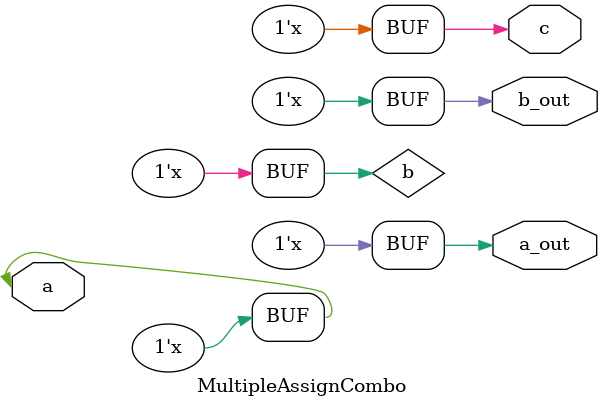
<source format=sv>
`timescale 1ns / 1ps

module MultipleAssignCombo(
    input a,
    output b_out,
    output reg c,
    output a_out
    );
    
    reg b = 1;
    
    assign a_out = a;
    assign b_out = b;
    
    always_comb begin
        b=a;
        c=b;
    end
    
    always_comb begin
        c=b;
        b=a;
    end
    
endmodule

</source>
